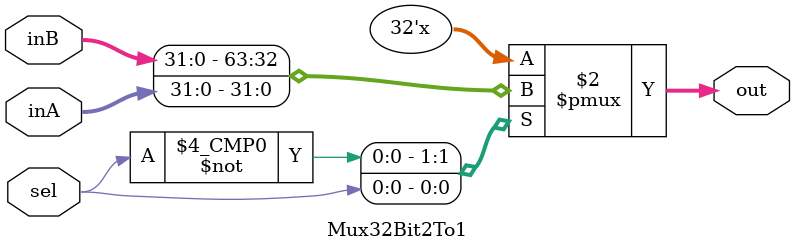
<source format=v>
`timescale 1ns / 1ps

module Mux32Bit2To1(out, inA, inB, sel);

    output reg [31:0] out;
    
    input [31:0] inA;
    input [31:0] inB;
    input sel;

    /* Fill in the implementation here ... */ 
    
    always @(*) begin
        case(sel)
            1'b0: out <= inB;
            1'b1: out <= inA;
        endcase
    end

endmodule

</source>
